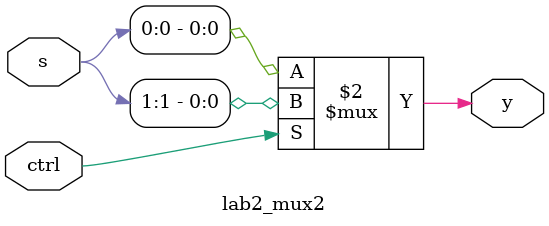
<source format=sv>


module lab2_mux2(
    input logic    [1:0] s,
    input logic     ctrl,

    output logic    y
    );

    always_comb begin
        y = ctrl ? s[1] : s[0];
    end

endmodule

</source>
